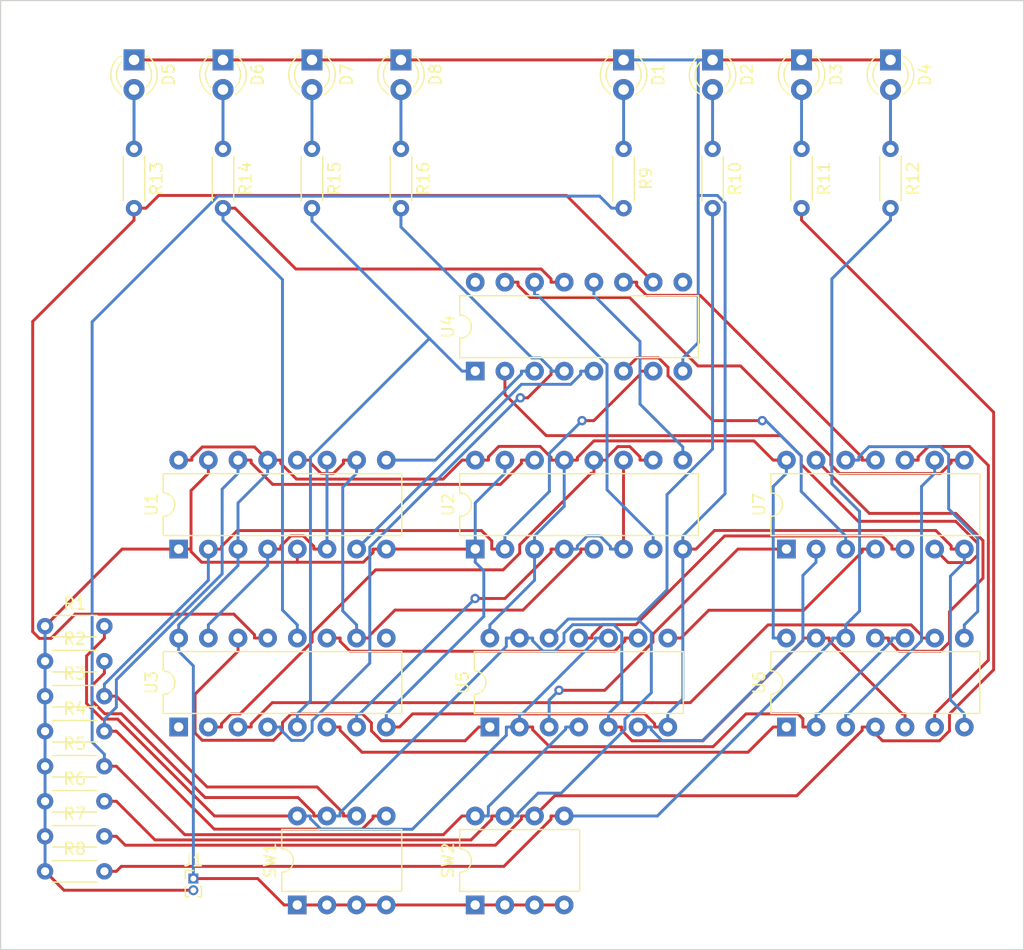
<source format=kicad_pcb>
(kicad_pcb (version 20221018) (generator pcbnew)
  (layers (0 "F.Cu" signal) (31 "B.Cu" signal) (34 "B.Paste" user) (35 "F.Paste" user) (36 "B.SilkS" user "B.Silkscreen") (37 "F.SilkS" user "F.Silkscreen") (38 "B.Mask" user) (39 "F.Mask" user) (44 "Edge.Cuts" user))
  (net 0 "")
  (net 1 "Net-(D1-A)")
  (net 2 "Net-(D2-A)")
  (net 3 "Net-(D3-A)")
  (net 4 "Net-(D4-A)")
  (net 5 "Net-(D5-A)")
  (net 6 "Net-(D6-A)")
  (net 7 "Net-(D7-A)")
  (net 8 "Net-(D8-A)")
  (net 9 "Net-(R1-Pad2)")
  (net 10 "Net-(R2-Pad2)")
  (net 11 "Net-(U1-S1)")
  (net 12 "Net-(U1-S0)")
  (net 14 "Net-(R5-Pad2)")
  (net 15 "Net-(U3-D0)")
  (net 16 "Net-(U3-D1)")
  (net 17 "Net-(R10-Pad2)")
  (net 19 "Net-(R11-Pad2)")
  (net 20 "Net-(U3-D2)")
  (net 21 "Net-(U3-D3)")
  (net 22 "Net-(R12-Pad2)")
  (net 24 "Net-(U4-B3)")
  (net 25 "Net-(U4-B4)")
  (net 27 "Net-(U4-B1)")
  (net 28 "Net-(U4-B2)")
  (net 29 "GND")
  (net 30 "+5V")
  (net 31 "Net-(U3-~{Q3})")
  (net 32 "Net-(U5-Pad3)")
  (net 33 "Net-(U5-Pad6)")
  (net 34 "Net-(U5-Pad8)")
  (net 35 "Net-(U5-Pad11)")
  (net 36 "Net-(U6-Pad3)")
  (net 37 "Net-(U6-Pad6)")
  (net 38 "Net-(U6-Pad8)")
  (net 39 "Net-(U6-Pad11)")
  (net 40 "Net-(U1-Za)")
  (net 41 "Net-(U1-Zb)")
  (net 42 "Net-(U2-Zb)")
  (net 43 "Net-(U2-Za)")
  (net 44 "Net-(U3-~{Q2})")
  (net 45 "Net-(U3-~{Q1})")
  (net 46 "Net-(U3-~{Q0})")
  (net 47 "Net-(U1-I0a)")
  (net 48 "Net-(U1-I0b)")
  (net 49 "Net-(U2-I0a)")
  (net 50 "Net-(U2-I0b)")
  (footprint "Resistor_THT:R_Axial_DIN0204_L3.6mm_D1.6mm_P5.08mm_Horizontal" (layer "F.Cu") (at 82.5717 66.04 -90)
    (fp_text reference "R9")
    (fp_text value "1.5k")
  )
  (footprint "Resistor_THT:R_Axial_DIN0204_L3.6mm_D1.6mm_P5.08mm_Horizontal" (layer "F.Cu") (at 90.1917 66.04 -90)
    (fp_text reference "R10")
    (fp_text value "1.5k")
  )
  (footprint "Package_DIP:DIP-8_W7.62mm" (layer "F.Cu") (at 69.86 130.8 90)
    (fp_text reference "SW2")
    (fp_text value "Input Value")
  )
  (footprint "Resistor_THT:R_Axial_DIN0204_L3.6mm_D1.6mm_P5.08mm_Horizontal" (layer "F.Cu") (at 33.02 112.92)
    (fp_text reference "R3")
    (fp_text value "2k")
  )
  (footprint "Resistor_THT:R_Axial_DIN0204_L3.6mm_D1.6mm_P5.08mm_Horizontal" (layer "F.Cu") (at 33.02 118.92)
    (fp_text reference "R5")
    (fp_text value "2k")
  )
  (footprint "Resistor_THT:R_Axial_DIN0204_L3.6mm_D1.6mm_P5.08mm_Horizontal" (layer "F.Cu") (at 40.64 66.04 -90)
    (fp_text reference "R13")
    (fp_text value "1.5k")
  )
  (footprint "Resistor_THT:R_Axial_DIN0204_L3.6mm_D1.6mm_P5.08mm_Horizontal" (layer "F.Cu") (at 55.88 66.04 -90)
    (fp_text reference "R15")
    (fp_text value "1.5k")
  )
  (footprint "Package_DIP:DIP-8_W7.62mm" (layer "F.Cu") (at 54.62 130.8 90)
    (fp_text reference "SW1")
    (fp_text value "Opcode")
  )
  (footprint "Resistor_THT:R_Axial_DIN0204_L3.6mm_D1.6mm_P5.08mm_Horizontal" (layer "F.Cu") (at 33.02 115.92)
    (fp_text reference "R4")
    (fp_text value "2k")
  )
  (footprint "Package_DIP:DIP-14_W7.62mm" (layer "F.Cu") (at 96.515 115.56 90)
    (fp_text reference "U6")
    (fp_text value "74LS00 Stage0-2")
  )
  (footprint "Connector_PinHeader_1.00mm:PinHeader_1x02_P1.00mm_Vertical" (layer "F.Cu") (at 45.72 128.54)
    (fp_text reference "J1")
    (fp_text value "Power")
  )
  (footprint "Package_DIP:DIP-14_W7.62mm" (layer "F.Cu") (at 71.115 115.56 90)
    (fp_text reference "U5")
    (fp_text value "74LS00 Stage0-1")
  )
  (footprint "LED_THT:LED_D3.0mm" (layer "F.Cu") (at 90.1917 58.42 -90)
    (fp_text reference "D2")
    (fp_text value "InBit2")
  )
  (footprint "Package_DIP:DIP-16_W7.62mm" (layer "F.Cu") (at 44.465 115.56 90)
    (fp_text reference "U3")
    (fp_text value "74LS175")
  )
  (footprint "Package_DIP:DIP-16_W7.62mm" (layer "F.Cu") (at 44.465 100.32 90)
    (fp_text reference "U1")
    (fp_text value "74LS153 - 0")
  )
  (footprint "Resistor_THT:R_Axial_DIN0204_L3.6mm_D1.6mm_P5.08mm_Horizontal" (layer "F.Cu") (at 33.02 121.92)
    (fp_text reference "R6")
    (fp_text value "2k")
  )
  (footprint "Package_DIP:DIP-16_W7.62mm" (layer "F.Cu") (at 69.865 100.32 90)
    (fp_text reference "U2")
    (fp_text value "74LS153 - 1")
  )
  (footprint "Resistor_THT:R_Axial_DIN0204_L3.6mm_D1.6mm_P5.08mm_Horizontal" (layer "F.Cu") (at 63.5 66.04 -90)
    (fp_text reference "R16")
    (fp_text value "1.5k")
  )
  (footprint "Resistor_THT:R_Axial_DIN0204_L3.6mm_D1.6mm_P5.08mm_Horizontal" (layer "F.Cu") (at 33.02 124.92)
    (fp_text reference "R7")
    (fp_text value "2k")
  )
  (footprint "Resistor_THT:R_Axial_DIN0204_L3.6mm_D1.6mm_P5.08mm_Horizontal" (layer "F.Cu") (at 105.4317 66.04 -90)
    (fp_text reference "R12")
    (fp_text value "1.5k")
  )
  (footprint "Package_DIP:DIP-14_W7.62mm" (layer "F.Cu") (at 96.515 100.32 90)
    (fp_text reference "U7")
    (fp_text value "74LS00 - Stage1")
  )
  (footprint "Resistor_THT:R_Axial_DIN0204_L3.6mm_D1.6mm_P5.08mm_Horizontal" (layer "F.Cu") (at 33.02 127.92)
    (fp_text reference "R8")
    (fp_text value "2k")
  )
  (footprint "LED_THT:LED_D3.0mm" (layer "F.Cu") (at 63.5 58.42 -90)
    (fp_text reference "D8")
    (fp_text value "RegBit0")
  )
  (footprint "Resistor_THT:R_Axial_DIN0204_L3.6mm_D1.6mm_P5.08mm_Horizontal" (layer "F.Cu") (at 33.02 106.92)
    (fp_text reference "R1")
    (fp_text value "2k")
  )
  (footprint "Resistor_THT:R_Axial_DIN0204_L3.6mm_D1.6mm_P5.08mm_Horizontal" (layer "F.Cu") (at 97.8117 66.04 -90)
    (fp_text reference "R11")
    (fp_text value "1.5k")
  )
  (footprint "Resistor_THT:R_Axial_DIN0204_L3.6mm_D1.6mm_P5.08mm_Horizontal" (layer "F.Cu") (at 33.02 109.92)
    (fp_text reference "R2")
    (fp_text value "2k")
  )
  (footprint "LED_THT:LED_D3.0mm" (layer "F.Cu") (at 40.64 58.42 -90)
    (fp_text reference "D5")
    (fp_text value "RegBit3")
  )
  (footprint "LED_THT:LED_D3.0mm" (layer "F.Cu") (at 55.88 58.42 -90)
    (fp_text reference "D7")
    (fp_text value "RegBit1")
  )
  (footprint "LED_THT:LED_D3.0mm" (layer "F.Cu") (at 48.26 58.42 -90)
    (fp_text reference "D6")
    (fp_text value "RegBit2")
  )
  (footprint "Resistor_THT:R_Axial_DIN0204_L3.6mm_D1.6mm_P5.08mm_Horizontal" (layer "F.Cu") (at 48.26 66.04 -90)
    (fp_text reference "R14")
    (fp_text value "1.5k")
  )
  (footprint "LED_THT:LED_D3.0mm" (layer "F.Cu") (at 82.5717 58.42 -90)
    (fp_text reference "D1")
    (fp_text value "InBit3")
  )
  (footprint "LED_THT:LED_D3.0mm" (layer "F.Cu") (at 105.4317 58.42 -90)
    (fp_text reference "D4")
    (fp_text value "InBit0")
  )
  (footprint "LED_THT:LED_D3.0mm" (layer "F.Cu") (at 97.8117 58.42 -90)
    (fp_text reference "D3")
    (fp_text value "InBit1")
  )
  (footprint "Package_DIP:DIP-16_W7.62mm" (layer "F.Cu") (at 69.865 85.08 90)
    (fp_text reference "U4")
    (fp_text value "74LS283")
  )
  (gr_rect (start 29.21 53.34) (end 116.84 134.62) (stroke (width 0.1)) (fill none) (layer "Edge.Cuts"))
  (segment (start 82.5717 60.96) (end 82.5717 66.04) (width 0.25) (layer "B.Cu") (net 1))
  (segment (start 90.1917 60.96) (end 90.1917 66.04) (width 0.25) (layer "B.Cu") (net 2))
  (segment (start 97.8117 60.96) (end 97.8117 66.04) (width 0.25) (layer "B.Cu") (net 3))
  (segment (start 105.4317 60.96) (end 105.4317 66.04) (width 0.25) (layer "B.Cu") (net 4))
  (segment (start 40.64 60.96) (end 40.64 66.04) (width 0.25) (layer "B.Cu") (net 5))
  (segment (start 48.26 60.96) (end 48.26 66.04) (width 0.25) (layer "B.Cu") (net 6))
  (segment (start 55.88 60.96) (end 55.88 66.04) (width 0.25) (layer "B.Cu") (net 7))
  (segment (start 63.5 60.96) (end 63.5 66.04) (width 0.25) (layer "B.Cu") (net 8))
  (segment (start 37.9196 114.8826) (end 36.5739 113.5369) (width 0.25) (layer "F.Cu") (net 9))
  (segment (start 73.655 115.56) (end 74.7819 115.56) (width 0.25) (layer "F.Cu") (net 9))
  (segment (start 36.5739 109.473) (end 38.1 107.9469) (width 0.25) (layer "F.Cu") (net 9))
  (segment (start 74.7819 115.7935) (end 74.7819 115.56) (width 0.25) (layer "F.Cu") (net 9))
  (segment (start 36.5739 113.5369) (end 36.5739 109.473) (width 0.25) (layer "F.Cu") (net 9))
  (segment (start 99.055 115.56) (end 97.9281 115.56) (width 0.25) (layer "F.Cu") (net 9))
  (segment (start 97.5056 114.4331) (end 93.0527 114.4331) (width 0.25) (layer "F.Cu") (net 9))
  (segment (start 47.5326 123.18) (end 39.2352 114.8826) (width 0.25) (layer "F.Cu") (net 9))
  (segment (start 97.9281 114.8556) (end 97.5056 114.4331) (width 0.25) (layer "F.Cu") (net 9))
  (segment (start 90.2437 117.2421) (end 76.2305 117.2421) (width 0.25) (layer "F.Cu") (net 9))
  (segment (start 93.0527 114.4331) (end 90.2437 117.2421) (width 0.25) (layer "F.Cu") (net 9))
  (segment (start 54.62 123.18) (end 47.5326 123.18) (width 0.25) (layer "F.Cu") (net 9))
  (segment (start 97.9281 115.56) (end 97.9281 114.8556) (width 0.25) (layer "F.Cu") (net 9))
  (segment (start 76.2305 117.2421) (end 74.7819 115.7935) (width 0.25) (layer "F.Cu") (net 9))
  (segment (start 38.1 106.92) (end 38.1 107.9469) (width 0.25) (layer "F.Cu") (net 9))
  (segment (start 39.2352 114.8826) (end 37.9196 114.8826) (width 0.25) (layer "F.Cu") (net 9))
  (segment (start 73.655 115.1099) (end 73.655 115.56) (width 0.25) (layer "B.Cu") (net 9))
  (segment (start 56.6508 124.3174) (end 55.7469 123.4135) (width 0.25) (layer "B.Cu") (net 9))
  (segment (start 73.8885 114.4331) (end 80.1481 108.1735) (width 0.25) (layer "B.Cu") (net 9))
  (segment (start 99.055 114.4331) (end 99.2885 114.4331) (width 0.25) (layer "B.Cu") (net 9))
  (segment (start 73.655 115.1099) (end 73.655 114.4331) (width 0.25) (layer "B.Cu") (net 9))
  (segment (start 106.675 107.94) (end 105.5481 107.94) (width 0.25) (layer "B.Cu") (net 9))
  (segment (start 55.7469 123.4135) (end 55.7469 123.18) (width 0.25) (layer "B.Cu") (net 9))
  (segment (start 72.5281 115.56) (end 72.5281 116.2643) (width 0.25) (layer "B.Cu") (net 9))
  (segment (start 73.655 115.56) (end 72.5281 115.56) (width 0.25) (layer "B.Cu") (net 9))
  (segment (start 64.475 124.3174) (end 56.6508 124.3174) (width 0.25) (layer "B.Cu") (net 9))
  (segment (start 72.5281 116.2643) (end 64.475 124.3174) (width 0.25) (layer "B.Cu") (net 9))
  (segment (start 99.2885 114.4331) (end 105.5481 108.1735) (width 0.25) (layer "B.Cu") (net 9))
  (segment (start 99.055 115.56) (end 99.055 114.4331) (width 0.25) (layer "B.Cu") (net 9))
  (segment (start 105.5481 108.1735) (end 105.5481 107.94) (width 0.25) (layer "B.Cu") (net 9))
  (segment (start 54.62 123.18) (end 55.7469 123.18) (width 0.25) (layer "B.Cu") (net 9))
  (segment (start 80.1481 108.1735) (end 80.1481 107.94) (width 0.25) (layer "B.Cu") (net 9))
  (segment (start 81.275 107.94) (end 80.1481 107.94) (width 0.25) (layer "B.Cu") (net 9))
  (segment (start 73.655 114.4331) (end 73.8885 114.4331) (width 0.25) (layer "B.Cu") (net 9))
  (segment (start 99.055 107.94) (end 100.1819 107.94) (width 0.25) (layer "F.Cu") (net 10))
  (segment (start 37.0329 113.3191) (end 37.0329 112.014) (width 0.25) (layer "F.Cu") (net 10))
  (segment (start 106.4415 114.4331) (end 100.1819 108.1735) (width 0.25) (layer "F.Cu") (net 10))
  (segment (start 82.4019 115.56) (end 82.4019 115.8417) (width 0.25) (layer "F.Cu") (net 10))
  (segment (start 38.1338 114.42) (end 37.0329 113.3191) (width 0.25) (layer "F.Cu") (net 10))
  (segment (start 81.275 115.56) (end 82.4019 115.56) (width 0.25) (layer "F.Cu") (net 10))
  (segment (start 83.298 116.7378) (end 89.3638 116.7378) (width 0.25) (layer "F.Cu") (net 10))
  (segment (start 46.7252 121.5997) (end 39.5455 114.42) (width 0.25) (layer "F.Cu") (net 10))
  (segment (start 56.0331 122.9465) (end 54.6863 121.5997) (width 0.25) (layer "F.Cu") (net 10))
  (segment (start 37.0329 112.014) (end 38.1 110.9469) (width 0.25) (layer "F.Cu") (net 10))
  (segment (start 97.9281 108.1735) (end 97.9281 107.94) (width 0.25) (layer "F.Cu") (net 10))
  (segment (start 39.5455 114.42) (end 38.1338 114.42) (width 0.25) (layer "F.Cu") (net 10))
  (segment (start 54.6863 121.5997) (end 46.7252 121.5997) (width 0.25) (layer "F.Cu") (net 10))
  (segment (start 99.055 107.94) (end 97.9281 107.94) (width 0.25) (layer "F.Cu") (net 10))
  (segment (start 56.0331 123.18) (end 56.0331 122.9465) (width 0.25) (layer "F.Cu") (net 10))
  (segment (start 106.675 115.56) (end 106.675 114.4331) (width 0.25) (layer "F.Cu") (net 10))
  (segment (start 106.675 114.4331) (end 106.4415 114.4331) (width 0.25) (layer "F.Cu") (net 10))
  (segment (start 57.16 123.18) (end 56.0331 123.18) (width 0.25) (layer "F.Cu") (net 10))
  (segment (start 89.3638 116.7378) (end 97.9281 108.1735) (width 0.25) (layer "F.Cu") (net 10))
  (segment (start 82.4019 115.8417) (end 83.298 116.7378) (width 0.25) (layer "F.Cu") (net 10))
  (segment (start 38.1 109.92) (end 38.1 110.9469) (width 0.25) (layer "F.Cu") (net 10))
  (segment (start 100.1819 108.1735) (end 100.1819 107.94) (width 0.25) (layer "F.Cu") (net 10))
  (segment (start 82.4136 113.2945) (end 81.275 114.4331) (width 0.25) (layer "B.Cu") (net 10))
  (segment (start 77.465 108.2661) (end 77.465 107.5405) (width 0.25) (layer "B.Cu") (net 10))
  (segment (start 82.4136 107.4692) (end 82.4136 113.2945) (width 0.25) (layer "B.Cu") (net 10))
  (segment (start 77.465 107.5405) (end 78.2116 106.7939) (width 0.25) (layer "B.Cu") (net 10))
  (segment (start 58.2869 122.8982) (end 72.5281 108.657) (width 0.25) (layer "B.Cu") (net 10))
  (segment (start 73.655 107.94) (end 72.5281 107.94) (width 0.25) (layer "B.Cu") (net 10))
  (segment (start 57.16 123.18) (end 58.2869 123.18) (width 0.25) (layer "B.Cu") (net 10))
  (segment (start 72.5281 108.657) (end 72.5281 107.94) (width 0.25) (layer "B.Cu") (net 10))
  (segment (start 81.275 115.56) (end 81.275 114.4331) (width 0.25) (layer "B.Cu") (net 10))
  (segment (start 78.2116 106.7939) (end 81.7383 106.7939) (width 0.25) (layer "B.Cu") (net 10))
  (segment (start 74.7819 107.94) (end 74.7819 108.1735) (width 0.25) (layer "B.Cu") (net 10))
  (segment (start 73.655 107.94) (end 74.7819 107.94) (width 0.25) (layer "B.Cu") (net 10))
  (segment (start 74.7819 108.1735) (end 75.6819 109.0735) (width 0.25) (layer "B.Cu") (net 10))
  (segment (start 81.7383 106.7939) (end 82.4136 107.4692) (width 0.25) (layer "B.Cu") (net 10))
  (segment (start 58.2869 123.18) (end 58.2869 122.8982) (width 0.25) (layer "B.Cu") (net 10))
  (segment (start 76.6576 109.0735) (end 77.465 108.2661) (width 0.25) (layer "B.Cu") (net 10))
  (segment (start 75.6819 109.0735) (end 76.6576 109.0735) (width 0.25) (layer "B.Cu") (net 10))
  (segment (start 46.9028 120.6959) (end 39.1269 112.92) (width 0.25) (layer "F.Cu") (net 11))
  (segment (start 58.5731 123.18) (end 58.5731 122.9465) (width 0.25) (layer "F.Cu") (net 11))
  (segment (start 83.9781 85.08) (end 83.9781 85.3617) (width 0.25) (layer "F.Cu") (net 11))
  (segment (start 58.5731 122.9465) (end 56.3225 120.6959) (width 0.25) (layer "F.Cu") (net 11))
  (segment (start 59.7 123.18) (end 58.5731 123.18) (width 0.25) (layer "F.Cu") (net 11))
  (segment (start 71.2781 100.32) (end 71.2781 99.6157) (width 0.25) (layer "F.Cu") (net 11))
  (segment (start 47.005 100.32) (end 48.1319 100.32) (width 0.25) (layer "F.Cu") (net 11))
  (segment (start 80.0217 89.3181) (end 79.0138 89.3181) (width 0.25) (layer "F.Cu") (net 11))
  (segment (start 56.3225 120.6959) (end 46.9028 120.6959) (width 0.25) (layer "F.Cu") (net 11))
  (segment (start 71.2781 99.6157) (end 70.3944 98.732) (width 0.25) (layer "F.Cu") (net 11))
  (segment (start 85.105 85.08) (end 83.9781 85.08) (width 0.25) (layer "F.Cu") (net 11))
  (segment (start 72.405 100.32) (end 71.2781 100.32) (width 0.25) (layer "F.Cu") (net 11))
  (segment (start 38.1 112.92) (end 39.1269 112.92) (width 0.25) (layer "F.Cu") (net 11))
  (segment (start 49.4864 98.732) (end 48.1319 100.0865) (width 0.25) (layer "F.Cu") (net 11))
  (segment (start 48.1319 100.0865) (end 48.1319 100.32) (width 0.25) (layer "F.Cu") (net 11))
  (segment (start 83.9781 85.3617) (end 80.0217 89.3181) (width 0.25) (layer "F.Cu") (net 11))
  (segment (start 70.3944 98.732) (end 49.4864 98.732) (width 0.25) (layer "F.Cu") (net 11))
  (via (at 79.0138 89.3181) (size 0.8) (drill 0.4) (layers "F.Cu" "B.Cu") (net 11))
  (segment (start 38.1 112.92) (end 38.1 111.8931) (width 0.25) (layer "B.Cu") (net 11))
  (segment (start 38.1 111.8931) (end 47.005 102.9881) (width 0.25) (layer "B.Cu") (net 11))
  (segment (start 79.0138 89.3181) (end 76.215 92.1169) (width 0.25) (layer "B.Cu") (net 11))
  (segment (start 76.215 95.3831) (end 72.405 99.1931) (width 0.25) (layer "B.Cu") (net 11))
  (segment (start 47.005 102.9881) (end 47.005 101.4469) (width 0.25) (layer "B.Cu") (net 11))
  (segment (start 47.005 100.32) (end 47.005 101.4469) (width 0.25) (layer "B.Cu") (net 11))
  (segment (start 72.405 100.32) (end 72.405 99.1931) (width 0.25) (layer "B.Cu") (net 11))
  (segment (start 76.215 92.1169) (end 76.215 95.3831) (width 0.25) (layer "B.Cu") (net 11))
  (segment (start 47.5138 124.3069) (end 39.1269 115.92) (width 0.25) (layer "F.Cu") (net 12))
  (segment (start 50.6719 92.7) (end 50.6719 92.9335) (width 0.25) (layer "F.Cu") (net 12))
  (segment (start 62.24 123.18) (end 61.1131 123.18) (width 0.25) (layer "F.Cu") (net 12))
  (segment (start 72.0223 94.7775) (end 73.8181 92.9817) (width 0.25) (layer "F.Cu") (net 12))
  (segment (start 38.1 115.92) (end 39.1269 115.92) (width 0.25) (layer "F.Cu") (net 12))
  (segment (start 52.5159 94.7775) (end 72.0223 94.7775) (width 0.25) (layer "F.Cu") (net 12))
  (segment (start 61.1131 123.18) (end 61.1131 123.3744) (width 0.25) (layer "F.Cu") (net 12))
  (segment (start 74.945 92.7) (end 73.8181 92.7) (width 0.25) (layer "F.Cu") (net 12))
  (segment (start 73.8181 92.9817) (end 73.8181 92.7) (width 0.25) (layer "F.Cu") (net 12))
  (segment (start 61.1131 123.3744) (end 60.1806 124.3069) (width 0.25) (layer "F.Cu") (net 12))
  (segment (start 50.6719 92.9335) (end 52.5159 94.7775) (width 0.25) (layer "F.Cu") (net 12))
  (segment (start 60.1806 124.3069) (end 47.5138 124.3069) (width 0.25) (layer "F.Cu") (net 12))
  (segment (start 49.545 92.7) (end 50.6719 92.7) (width 0.25) (layer "F.Cu") (net 12))
  (segment (start 39.1269 111.5088) (end 48.1889 102.4468) (width 0.25) (layer "B.Cu") (net 12))
  (segment (start 39.1269 113.8662) (end 39.1269 111.5088) (width 0.25) (layer "B.Cu") (net 12))
  (segment (start 38.1 114.8931) (end 39.1269 113.8662) (width 0.25) (layer "B.Cu") (net 12))
  (segment (start 49.545 92.7) (end 49.545 93.8269) (width 0.25) (layer "B.Cu") (net 12))
  (segment (start 38.1 115.92) (end 38.1 114.8931) (width 0.25) (layer "B.Cu") (net 12))
  (segment (start 48.1889 95.183) (end 49.545 93.8269) (width 0.25) (layer "B.Cu") (net 12))
  (segment (start 48.1889 102.4468) (end 48.1889 95.183) (width 0.25) (layer "B.Cu") (net 12))
  (segment (start 68.7331 123.18) (end 67.1342 124.7789) (width 0.25) (layer "F.Cu") (net 14))
  (segment (start 38.1 118.92) (end 39.1269 118.92) (width 0.25) (layer "F.Cu") (net 14))
  (segment (start 44.9858 124.7789) (end 39.1269 118.92) (width 0.25) (layer "F.Cu") (net 14))
  (segment (start 69.86 123.18) (end 68.7331 123.18) (width 0.25) (layer "F.Cu") (net 14))
  (segment (start 67.1342 124.7789) (end 44.9858 124.7789) (width 0.25) (layer "F.Cu") (net 14))
  (segment (start 47.8197 70.0882) (end 80.513 70.0882) (width 0.25) (layer "B.Cu") (net 14))
  (segment (start 70.9869 122.3773) (end 77.6081 115.7561) (width 0.25) (layer "B.Cu") (net 14))
  (segment (start 82.5717 71.12) (end 81.5448 71.12) (width 0.25) (layer "B.Cu") (net 14))
  (segment (start 80.513 70.0882) (end 81.5448 71.12) (width 0.25) (layer "B.Cu") (net 14))
  (segment (start 78.735 115.56) (end 77.6081 115.56) (width 0.25) (layer "B.Cu") (net 14))
  (segment (start 37.0507 80.8572) (end 47.8197 70.0882) (width 0.25) (layer "B.Cu") (net 14))
  (segment (start 77.6081 115.7561) (end 77.6081 115.56) (width 0.25) (layer "B.Cu") (net 14))
  (segment (start 70.9869 123.18) (end 70.9869 122.3773) (width 0.25) (layer "B.Cu") (net 14))
  (segment (start 38.1 117.8931) (end 37.0507 116.8438) (width 0.25) (layer "B.Cu") (net 14))
  (segment (start 37.0507 116.8438) (end 37.0507 80.8572) (width 0.25) (layer "B.Cu") (net 14))
  (segment (start 38.1 118.92) (end 38.1 117.8931) (width 0.25) (layer "B.Cu") (net 14))
  (segment (start 69.86 123.18) (end 70.9869 123.18) (width 0.25) (layer "B.Cu") (net 14))
  (segment (start 77.485 85.08) (end 76.3581 85.08) (width 0.25) (layer "F.Cu") (net 15))
  (segment (start 76.3581 85.08) (end 76.3581 85.3617) (width 0.25) (layer "F.Cu") (net 15))
  (segment (start 76.3581 85.3617) (end 74.3562 87.3636) (width 0.25) (layer "F.Cu") (net 15))
  (segment (start 74.3562 87.3636) (end 73.728 87.3636) (width 0.25) (layer "F.Cu") (net 15))
  (via (at 73.728 87.3636) (size 0.8) (drill 0.4) (layers "F.Cu" "B.Cu") (net 15))
  (segment (start 55.1405 116.7075) (end 55.895 115.953) (width 0.25) (layer "B.Cu") (net 15))
  (segment (start 63.5 71.12) (end 63.5 72.1469) (width 0.25) (layer "B.Cu") (net 15))
  (segment (start 63.5 72.1469) (end 63.5 72.7332) (width 0.25) (layer "B.Cu") (net 15))
  (segment (start 76.3581 84.8726) (end 76.3581 85.08) (width 0.25) (layer "B.Cu") (net 15))
  (segment (start 52.085 115.56) (end 53.2119 115.56) (width 0.25) (layer "B.Cu") (net 15))
  (segment (start 54.1259 116.7075) (end 55.1405 116.7075) (width 0.25) (layer "B.Cu") (net 15))
  (segment (start 53.2119 115.7935) (end 54.1259 116.7075) (width 0.25) (layer "B.Cu") (net 15))
  (segment (start 63.5 72.7332) (end 74.7123 83.9455) (width 0.25) (layer "B.Cu") (net 15))
  (segment (start 60.8319 110.0929) (end 60.8319 100.1394) (width 0.25) (layer "B.Cu") (net 15))
  (segment (start 53.2119 115.56) (end 53.2119 115.7935) (width 0.25) (layer "B.Cu") (net 15))
  (segment (start 73.6077 87.3636) (end 73.728 87.3636) (width 0.25) (layer "B.Cu") (net 15))
  (segment (start 55.895 115.953) (end 55.895 115.0298) (width 0.25) (layer "B.Cu") (net 15))
  (segment (start 60.8319 100.1394) (end 73.6077 87.3636) (width 0.25) (layer "B.Cu") (net 15))
  (segment (start 77.485 85.08) (end 76.3581 85.08) (width 0.25) (layer "B.Cu") (net 15))
  (segment (start 75.431 83.9455) (end 76.3581 84.8726) (width 0.25) (layer "B.Cu") (net 15))
  (segment (start 55.895 115.0298) (end 60.8319 110.0929) (width 0.25) (layer "B.Cu") (net 15))
  (segment (start 74.7123 83.9455) (end 75.431 83.9455) (width 0.25) (layer "B.Cu") (net 15))
  (segment (start 65.9376 82.2795) (end 55.88 72.2219) (width 0.25) (layer "B.Cu") (net 16))
  (segment (start 55.7519 92.4652) (end 55.7519 113.3062) (width 0.25) (layer "B.Cu") (net 16))
  (segment (start 65.9376 82.2795) (end 55.7519 92.4652) (width 0.25) (layer "B.Cu") (net 16))
  (segment (start 54.625 115.56) (end 54.625 114.4331) (width 0.25) (layer "B.Cu") (net 16))
  (segment (start 68.7381 85.08) (end 65.9376 82.2795) (width 0.25) (layer "B.Cu") (net 16))
  (segment (start 55.88 72.2219) (end 55.88 72.1469) (width 0.25) (layer "B.Cu") (net 16))
  (segment (start 55.88 71.12) (end 55.88 72.1469) (width 0.25) (layer "B.Cu") (net 16))
  (segment (start 69.865 85.08) (end 68.7381 85.08) (width 0.25) (layer "B.Cu") (net 16))
  (segment (start 55.7519 113.3062) (end 54.625 114.4331) (width 0.25) (layer "B.Cu") (net 16))
  (segment (start 71.2731 123.4617) (end 69.504 125.2308) (width 0.25) (layer "F.Cu") (net 17))
  (segment (start 69.504 125.2308) (end 42.4377 125.2308) (width 0.25) (layer "F.Cu") (net 17))
  (segment (start 38.1 121.92) (end 39.1269 121.92) (width 0.25) (layer "F.Cu") (net 17))
  (segment (start 71.2731 123.18) (end 71.2731 123.4617) (width 0.25) (layer "F.Cu") (net 17))
  (segment (start 72.4 123.18) (end 71.2731 123.18) (width 0.25) (layer "F.Cu") (net 17))
  (segment (start 42.4377 125.2308) (end 39.1269 121.92) (width 0.25) (layer "F.Cu") (net 17))
  (segment (start 73.5269 122.9465) (end 73.5269 123.18) (width 0.25) (layer "B.Cu") (net 17))
  (segment (start 90.1917 91.747) (end 90.1917 71.12) (width 0.25) (layer "B.Cu") (net 17))
  (segment (start 83.7825 106.3134) (end 84.9461 107.477) (width 0.25) (layer "B.Cu") (net 17))
  (segment (start 75.2486 121.2248) (end 73.5269 122.9465) (width 0.25) (layer "B.Cu") (net 17))
  (segment (start 86.2889 103.807) (end 86.2889 95.6498) (width 0.25) (layer "B.Cu") (net 17))
  (segment (start 76.195 107.94) (end 77.8216 106.3134) (width 0.25) (layer "B.Cu") (net 17))
  (segment (start 82.6833 115.7668) (end 77.2253 121.2248) (width 0.25) (layer "B.Cu") (net 17))
  (segment (start 72.4 123.18) (end 73.5269 123.18) (width 0.25) (layer "B.Cu") (net 17))
  (segment (start 77.2253 121.2248) (end 75.2486 121.2248) (width 0.25) (layer "B.Cu") (net 17))
  (segment (start 77.8216 106.3134) (end 83.7825 106.3134) (width 0.25) (layer "B.Cu") (net 17))
  (segment (start 86.2889 95.6498) (end 90.1917 91.747) (width 0.25) (layer "B.Cu") (net 17))
  (segment (start 84.9461 112.6287) (end 82.6833 114.8915) (width 0.25) (layer "B.Cu") (net 17))
  (segment (start 82.6833 114.8915) (end 82.6833 115.7668) (width 0.25) (layer "B.Cu") (net 17))
  (segment (start 83.7825 106.3134) (end 86.2889 103.807) (width 0.25) (layer "B.Cu") (net 17))
  (segment (start 84.9461 107.477) (end 84.9461 112.6287) (width 0.25) (layer "B.Cu") (net 17))
  (segment (start 73.8131 123.4617) (end 71.5921 125.6827) (width 0.25) (layer "F.Cu") (net 19))
  (segment (start 103.5716 115.56) (end 103.0081 115.56) (width 0.25) (layer "F.Cu") (net 19))
  (segment (start 38.1 124.92) (end 39.1269 124.92) (width 0.25) (layer "F.Cu") (net 19))
  (segment (start 39.8896 125.6827) (end 39.1269 124.92) (width 0.25) (layer "F.Cu") (net 19))
  (segment (start 103.5716 115.56) (end 104.7511 116.7395) (width 0.25) (layer "F.Cu") (net 19))
  (segment (start 104.135 115.56) (end 103.5716 115.56) (width 0.25) (layer "F.Cu") (net 19))
  (segment (start 71.5921 125.6827) (end 39.8896 125.6827) (width 0.25) (layer "F.Cu") (net 19))
  (segment (start 76.6755 121.4445) (end 74.94 123.18) (width 0.25) (layer "F.Cu") (net 19))
  (segment (start 114.2653 88.6005) (end 97.8117 72.1469) (width 0.25) (layer "F.Cu") (net 19))
  (segment (start 110.485 114.4346) (end 114.2653 110.6543) (width 0.25) (layer "F.Cu") (net 19))
  (segment (start 103.0081 115.8417) (end 97.4053 121.4445) (width 0.25) (layer "F.Cu") (net 19))
  (segment (start 104.7511 116.7395) (end 109.6305 116.7395) (width 0.25) (layer "F.Cu") (net 19))
  (segment (start 97.4053 121.4445) (end 76.6755 121.4445) (width 0.25) (layer "F.Cu") (net 19))
  (segment (start 73.8131 123.18) (end 73.8131 123.4617) (width 0.25) (layer "F.Cu") (net 19))
  (segment (start 114.2653 110.6543) (end 114.2653 88.6005) (width 0.25) (layer "F.Cu") (net 19))
  (segment (start 97.8117 71.12) (end 97.8117 72.1469) (width 0.25) (layer "F.Cu") (net 19))
  (segment (start 109.6305 116.7395) (end 110.485 115.885) (width 0.25) (layer "F.Cu") (net 19))
  (segment (start 110.485 115.885) (end 110.485 114.4346) (width 0.25) (layer "F.Cu") (net 19))
  (segment (start 103.0081 115.56) (end 103.0081 115.8417) (width 0.25) (layer "F.Cu") (net 19))
  (segment (start 74.94 123.18) (end 73.8131 123.18) (width 0.25) (layer "F.Cu") (net 19))
  (segment (start 77.485 77.46) (end 76.3581 77.46) (width 0.25) (layer "F.Cu") (net 20))
  (segment (start 75.513 76.3331) (end 54.5 76.3331) (width 0.25) (layer "F.Cu") (net 20))
  (segment (start 54.5 76.3331) (end 49.2869 71.12) (width 0.25) (layer "F.Cu") (net 20))
  (segment (start 76.3581 77.1782) (end 75.513 76.3331) (width 0.25) (layer "F.Cu") (net 20))
  (segment (start 48.26 71.12) (end 49.2869 71.12) (width 0.25) (layer "F.Cu") (net 20))
  (segment (start 76.3581 77.46) (end 76.3581 77.1782) (width 0.25) (layer "F.Cu") (net 20))
  (segment (start 54.625 107.94) (end 54.625 106.8131) (width 0.25) (layer "B.Cu") (net 20))
  (segment (start 53.355 105.5431) (end 54.625 106.8131) (width 0.25) (layer "B.Cu") (net 20))
  (segment (start 48.26 72.1469) (end 53.355 77.2419) (width 0.25) (layer "B.Cu") (net 20))
  (segment (start 48.26 71.12) (end 48.26 72.1469) (width 0.25) (layer "B.Cu") (net 20))
  (segment (start 53.355 77.2419) (end 53.355 105.5431) (width 0.25) (layer "B.Cu") (net 20))
  (segment (start 31.96 107.396) (end 31.96 80.8269) (width 0.25) (layer "F.Cu") (net 21))
  (segment (start 32.5323 107.9683) (end 31.96 107.396) (width 0.25) (layer "F.Cu") (net 21))
  (segment (start 40.64 71.12) (end 41.6669 71.12) (width 0.25) (layer "F.Cu") (net 21))
  (segment (start 52.085 107.94) (end 50.9581 107.94) (width 0.25) (layer "F.Cu") (net 21))
  (segment (start 49.1929 105.8931) (end 35.5968 105.8931) (width 0.25) (layer "F.Cu") (net 21))
  (segment (start 31.96 80.8269) (end 40.64 72.1469) (width 0.25) (layer "F.Cu") (net 21))
  (segment (start 35.5968 105.8931) (end 33.5216 107.9683) (width 0.25) (layer "F.Cu") (net 21))
  (segment (start 85.105 77.46) (end 77.6767 70.0317) (width 0.25) (layer "F.Cu") (net 21))
  (segment (start 33.5216 107.9683) (end 32.5323 107.9683) (width 0.25) (layer "F.Cu") (net 21))
  (segment (start 50.9581 107.94) (end 50.9581 107.6583) (width 0.25) (layer "F.Cu") (net 21))
  (segment (start 40.64 71.12) (end 40.64 72.1469) (width 0.25) (layer "F.Cu") (net 21))
  (segment (start 50.9581 107.6583) (end 49.1929 105.8931) (width 0.25) (layer "F.Cu") (net 21))
  (segment (start 77.6767 70.0317) (end 42.7552 70.0317) (width 0.25) (layer "F.Cu") (net 21))
  (segment (start 42.7552 70.0317) (end 41.6669 71.12) (width 0.25) (layer "F.Cu") (net 21))
  (segment (start 39.5523 127.4946) (end 39.1269 127.92) (width 0.25) (layer "F.Cu") (net 22))
  (segment (start 72.3202 127.4946) (end 39.5523 127.4946) (width 0.25) (layer "F.Cu") (net 22))
  (segment (start 76.3531 123.18) (end 76.3531 123.4617) (width 0.25) (layer "F.Cu") (net 22))
  (segment (start 38.1 127.92) (end 39.1269 127.92) (width 0.25) (layer "F.Cu") (net 22))
  (segment (start 76.3531 123.4617) (end 72.3202 127.4946) (width 0.25) (layer "F.Cu") (net 22))
  (segment (start 77.48 123.18) (end 76.3531 123.18) (width 0.25) (layer "F.Cu") (net 22))
  (segment (start 77.48 123.18) (end 85.4616 123.18) (width 0.25) (layer "B.Cu") (net 22))
  (segment (start 101.595 107.94) (end 101.595 106.8131) (width 0.25) (layer "B.Cu") (net 22))
  (segment (start 101.595 106.8131) (end 102.7816 105.6265) (width 0.25) (layer "B.Cu") (net 22))
  (segment (start 85.4616 123.18) (end 100.4681 108.1735) (width 0.25) (layer "B.Cu") (net 22))
  (segment (start 102.7816 97.0939) (end 100.4071 94.7194) (width 0.25) (layer "B.Cu") (net 22))
  (segment (start 102.7816 105.6265) (end 102.7816 97.0939) (width 0.25) (layer "B.Cu") (net 22))
  (segment (start 101.595 107.94) (end 100.4681 107.94) (width 0.25) (layer "B.Cu") (net 22))
  (segment (start 100.4681 108.1735) (end 100.4681 107.94) (width 0.25) (layer "B.Cu") (net 22))
  (segment (start 100.4071 77.1715) (end 105.4317 72.1469) (width 0.25) (layer "B.Cu") (net 22))
  (segment (start 105.4317 71.12) (end 105.4317 72.1469) (width 0.25) (layer "B.Cu") (net 22))
  (segment (start 100.4071 94.7194) (end 100.4071 77.1715) (width 0.25) (layer "B.Cu") (net 22))
  (segment (start 100.325 92.3725) (end 92.5843 84.6318) (width 0.25) (layer "F.Cu") (net 24))
  (segment (start 111.755 92.7) (end 110.6281 92.7) (width 0.25) (layer "F.Cu") (net 24))
  (segment (start 110.6281 92.7) (end 110.6281 92.9279) (width 0.25) (layer "F.Cu") (net 24))
  (segment (start 72.405 77.46) (end 73.5319 77.46) (width 0.25) (layer "F.Cu") (net 24))
  (segment (start 100.325 93.099) (end 100.325 92.3725) (width 0.25) (layer "F.Cu") (net 24))
  (segment (start 88.9441 84.6318) (end 83.0864 78.7741) (width 0.25) (layer "F.Cu") (net 24))
  (segment (start 74.5642 78.7741) (end 73.5319 77.7418) (width 0.25) (layer "F.Cu") (net 24))
  (segment (start 109.7069 93.8491) (end 101.0751 93.8491) (width 0.25) (layer "F.Cu") (net 24))
  (segment (start 101.0751 93.8491) (end 100.325 93.099) (width 0.25) (layer "F.Cu") (net 24))
  (segment (start 110.6281 92.9279) (end 109.7069 93.8491) (width 0.25) (layer "F.Cu") (net 24))
  (segment (start 73.5319 77.7418) (end 73.5319 77.46) (width 0.25) (layer "F.Cu") (net 24))
  (segment (start 83.0864 78.7741) (end 74.5642 78.7741) (width 0.25) (layer "F.Cu") (net 24))
  (segment (start 92.5843 84.6318) (end 88.9441 84.6318) (width 0.25) (layer "F.Cu") (net 24))
  (segment (start 83.6919 77.7418) (end 84.537 78.5869) (width 0.25) (layer "F.Cu") (net 25))
  (segment (start 104.135 92.7) (end 103.0081 92.7) (width 0.25) (layer "F.Cu") (net 25))
  (segment (start 82.565 77.46) (end 83.6919 77.46) (width 0.25) (layer "F.Cu") (net 25))
  (segment (start 103.0081 92.4665) (end 103.0081 92.7) (width 0.25) (layer "F.Cu") (net 25))
  (segment (start 84.537 78.5869) (end 89.1285 78.5869) (width 0.25) (layer "F.Cu") (net 25))
  (segment (start 83.6919 77.46) (end 83.6919 77.7418) (width 0.25) (layer "F.Cu") (net 25))
  (segment (start 89.1285 78.5869) (end 103.0081 92.4665) (width 0.25) (layer "F.Cu") (net 25))
  (segment (start 83.7062 83.9388) (end 85.5628 83.9388) (width 0.25) (layer "F.Cu") (net 27))
  (segment (start 90.2201 89.3181) (end 94.449 89.3181) (width 0.25) (layer "F.Cu") (net 27))
  (segment (start 82.565 85.08) (end 83.7062 83.9388) (width 0.25) (layer "F.Cu") (net 27))
  (segment (start 85.5628 83.9388) (end 86.375 84.751) (width 0.25) (layer "F.Cu") (net 27))
  (segment (start 86.375 85.473) (end 90.2201 89.3181) (width 0.25) (layer "F.Cu") (net 27))
  (segment (start 86.375 84.751) (end 86.375 85.473) (width 0.25) (layer "F.Cu") (net 27))
  (via (at 94.449 89.3181) (size 0.8) (drill 0.4) (layers "F.Cu" "B.Cu") (net 27))
  (segment (start 97.7849 92.3409) (end 97.7849 95.383) (width 0.25) (layer "B.Cu") (net 27))
  (segment (start 94.449 89.3181) (end 94.7621 89.3181) (width 0.25) (layer "B.Cu") (net 27))
  (segment (start 94.7621 89.3181) (end 97.7849 92.3409) (width 0.25) (layer "B.Cu") (net 27))
  (segment (start 97.7849 95.383) (end 101.595 99.1931) (width 0.25) (layer "B.Cu") (net 27))
  (segment (start 101.595 100.32) (end 101.595 99.1931) (width 0.25) (layer "B.Cu") (net 27))
  (segment (start 112.8919 99.8149) (end 112.8919 100.8297) (width 0.25) (layer "F.Cu") (net 28))
  (segment (start 97.785 93.0621) (end 102.6631 97.9402) (width 0.25) (layer "F.Cu") (net 28))
  (segment (start 72.405 85.08) (end 72.405 87.0686) (width 0.25) (layer "F.Cu") (net 28))
  (segment (start 110.3675 101.4725) (end 109.215 100.32) (width 0.25) (layer "F.Cu") (net 28))
  (segment (start 112.8919 100.8297) (end 112.2491 101.4725) (width 0.25) (layer "F.Cu") (net 28))
  (segment (start 112.2491 101.4725) (end 110.3675 101.4725) (width 0.25) (layer "F.Cu") (net 28))
  (segment (start 111.0172 97.9402) (end 112.8919 99.8149) (width 0.25) (layer "F.Cu") (net 28))
  (segment (start 97.785 92.35) (end 97.785 93.0621) (width 0.25) (layer "F.Cu") (net 28))
  (segment (start 75.9376 90.6012) (end 96.0362 90.6012) (width 0.25) (layer "F.Cu") (net 28))
  (segment (start 102.6631 97.9402) (end 111.0172 97.9402) (width 0.25) (layer "F.Cu") (net 28))
  (segment (start 96.0362 90.6012) (end 97.785 92.35) (width 0.25) (layer "F.Cu") (net 28))
  (segment (start 72.405 87.0686) (end 75.9376 90.6012) (width 0.25) (layer "F.Cu") (net 28))
  (segment (start 97.8117 58.42) (end 90.1917 58.42) (width 0.25) (layer "F.Cu") (net 29))
  (segment (start 109.3157 98.7259) (end 90.366 98.7259) (width 0.25) (layer "F.Cu") (net 29))
  (segment (start 86.355 115.56) (end 85.2281 115.56) (width 0.25) (layer "F.Cu") (net 29))
  (segment (start 64.4988 114.4331) (end 63.3719 115.56) (width 0.25) (layer "F.Cu") (net 29))
  (segment (start 110.6281 100.32) (end 110.6281 100.0383) (width 0.25) (layer "F.Cu") (net 29))
  (segment (start 87.645 100.32) (end 88.7719 100.32) (width 0.25) (layer "F.Cu") (net 29))
  (segment (start 45.5219 100.32) (end 45.5219 95.31) (width 0.25) (layer "F.Cu") (net 29))
  (segment (start 61.1181 100.32) (end 61.1181 100.6018) (width 0.25) (layer "F.Cu") (net 29))
  (segment (start 62.245 115.56) (end 63.3719 115.56) (width 0.25) (layer "F.Cu") (net 29))
  (segment (start 33.02 106.92) (end 39.62 100.32) (width 0.25) (layer "F.Cu") (net 29))
  (segment (start 84.383 114.4331) (end 64.4988 114.4331) (width 0.25) (layer "F.Cu") (net 29))
  (segment (start 55.88 58.42) (end 63.5 58.42) (width 0.25) (layer "F.Cu") (net 29))
  (segment (start 90.366 98.7259) (end 88.7719 100.32) (width 0.25) (layer "F.Cu") (net 29))
  (segment (start 61.1181 100.6018) (end 60.273 101.4469) (width 0.25) (layer "F.Cu") (net 29))
  (segment (start 62.245 100.32) (end 61.1181 100.32) (width 0.25) (layer "F.Cu") (net 29))
  (segment (start 54.625 100.32) (end 54.625 101.4469) (width 0.25) (layer "F.Cu") (net 29))
  (segment (start 105.4317 58.42) (end 97.8117 58.42) (width 0.25) (layer "F.Cu") (net 29))
  (segment (start 110.6281 100.0383) (end 109.3157 98.7259) (width 0.25) (layer "F.Cu") (net 29))
  (segment (start 60.273 101.4469) (end 54.625 101.4469) (width 0.25) (layer "F.Cu") (net 29))
  (segment (start 111.755 100.32) (end 110.6281 100.32) (width 0.25) (layer "F.Cu") (net 29))
  (segment (start 48.26 58.42) (end 55.88 58.42) (width 0.25) (layer "F.Cu") (net 29))
  (segment (start 54.625 101.4469) (end 46.4371 101.4469) (width 0.25) (layer "F.Cu") (net 29))
  (segment (start 45.5219 100.5317) (end 45.5219 100.32) (width 0.25) (layer "F.Cu") (net 29))
  (segment (start 39.62 100.32) (end 44.465 100.32) (width 0.25) (layer "F.Cu") (net 29))
  (segment (start 46.4371 101.4469) (end 45.5219 100.5317) (width 0.25) (layer "F.Cu") (net 29))
  (segment (start 63.5 58.42) (end 82.5717 58.42) (width 0.25) (layer "F.Cu") (net 29))
  (segment (start 85.2281 115.56) (end 85.2281 115.2782) (width 0.25) (layer "F.Cu") (net 29))
  (segment (start 48.26 58.42) (end 40.64 58.42) (width 0.25) (layer "F.Cu") (net 29))
  (segment (start 85.2281 115.2782) (end 84.383 114.4331) (width 0.25) (layer "F.Cu") (net 29))
  (segment (start 45.5219 95.31) (end 47.005 93.8269) (width 0.25) (layer "F.Cu") (net 29))
  (segment (start 33.02 127.92) (end 34.64 129.54) (width 0.25) (layer "F.Cu") (net 29))
  (segment (start 47.005 92.7) (end 47.005 93.8269) (width 0.25) (layer "F.Cu") (net 29))
  (segment (start 44.465 100.32) (end 45.5219 100.32) (width 0.25) (layer "F.Cu") (net 29))
  (segment (start 34.64 129.54) (end 45.72 129.54) (width 0.25) (layer "F.Cu") (net 29))
  (segment (start 69.865 100.32) (end 62.245 100.32) (width 0.25) (layer "F.Cu") (net 29))
  (segment (start 87.645 113.1431) (end 86.355 114.4331) (width 0.25) (layer "B.Cu") (net 29))
  (segment (start 111.755 101.4469) (end 110.5644 102.6375) (width 0.25) (layer "B.Cu") (net 29))
  (segment (start 62.245 115.56) (end 62.245 114.4331) (width 0.25) (layer "B.Cu") (net 29))
  (segment (start 62.245 114.4331) (end 70.5963 106.0818) (width 0.25) (layer "B.Cu") (net 29))
  (segment (start 69.865 100.32) (end 69.865 101.4469) (width 0.25) (layer "B.Cu") (net 29))
  (segment (start 69.865 96.3669) (end 69.865 99.1931) (width 0.25) (layer "B.Cu") (net 29))
  (segment (start 111.755 115.56) (end 111.755 114.4331) (width 0.25) (layer "B.Cu") (net 29))
  (segment (start 91.2652 95.5729) (end 87.645 99.1931) (width 0.25) (layer "B.Cu") (net 29))
  (segment (start 33.02 124.92) (end 33.02 121.92) (width 0.25) (layer "B.Cu") (net 29))
  (segment (start 88.9648 70.0321) (end 88.9648 58.42) (width 0.25) (layer "B.Cu") (net 29))
  (segment (start 110.5644 102.6375) (end 110.5644 113.2425) (width 0.25) (layer "B.Cu") (net 29))
  (segment (start 33.02 121.92) (end 33.02 118.92) (width 0.25) (layer "B.Cu") (net 29))
  (segment (start 87.645 100.32) (end 87.645 99.1931) (width 0.25) (layer "B.Cu") (net 29))
  (segment (start 87.645 83.9531) (end 88.9648 82.6333) (width 0.25) (layer "B.Cu") (net 29))
  (segment (start 72.405 93.8269) (end 69.865 96.3669) (width 0.25) (layer "B.Cu") (net 29))
  (segment (start 82.5717 58.42) (end 83.7986 58.42) (width 0.25) (layer "B.Cu") (net 29))
  (segment (start 90.6052 70.0321) (end 91.2652 70.6921) (width 0.25) (layer "B.Cu") (net 29))
  (segment (start 87.645 100.32) (end 87.645 113.1431) (width 0.25) (layer "B.Cu") (net 29))
  (segment (start 33.02 106.92) (end 33.02 109.92) (width 0.25) (layer "B.Cu") (net 29))
  (segment (start 33.02 115.92) (end 33.02 112.92) (width 0.25) (layer "B.Cu") (net 29))
  (segment (start 69.865 100.32) (end 69.865 99.1931) (width 0.25) (layer "B.Cu") (net 29))
  (segment (start 33.02 127.92) (end 33.02 124.92) (width 0.25) (layer "B.Cu") (net 29))
  (segment (start 88.9648 58.42) (end 83.7986 58.42) (width 0.25) (layer "B.Cu") (net 29))
  (segment (start 88.9648 70.0321) (end 90.6052 70.0321) (width 0.25) (layer "B.Cu") (net 29))
  (segment (start 88.9648 82.6333) (end 88.9648 70.0321) (width 0.25) (layer "B.Cu") (net 29))
  (segment (start 111.755 100.32) (end 111.755 101.4469) (width 0.25) (layer "B.Cu") (net 29))
  (segment (start 86.355 115.56) (end 86.355 114.4331) (width 0.25) (layer "B.Cu") (net 29))
  (segment (start 91.2652 70.6921) (end 91.2652 95.5729) (width 0.25) (layer "B.Cu") (net 29))
  (segment (start 33.02 109.92) (end 33.02 112.92) (width 0.25) (layer "B.Cu") (net 29))
  (segment (start 70.5963 102.1782) (end 69.865 101.4469) (width 0.25) (layer "B.Cu") (net 29))
  (segment (start 33.02 118.92) (end 33.02 115.92) (width 0.25) (layer "B.Cu") (net 29))
  (segment (start 70.5963 106.0818) (end 70.5963 102.1782) (width 0.25) (layer "B.Cu") (net 29))
  (segment (start 90.1917 58.42) (end 88.9648 58.42) (width 0.25) (layer "B.Cu") (net 29))
  (segment (start 87.645 85.08) (end 87.645 83.9531) (width 0.25) (layer "B.Cu") (net 29))
  (segment (start 110.5644 113.2425) (end 111.755 114.4331) (width 0.25) (layer "B.Cu") (net 29))
  (segment (start 72.405 92.7) (end 72.405 93.8269) (width 0.25) (layer "B.Cu") (net 29))
  (segment (start 67.1125 94.3256) (end 68.7381 92.7) (width 0.25) (layer "F.Cu") (net 30))
  (segment (start 57.16 130.8) (end 59.7 130.8) (width 0.25) (layer "F.Cu") (net 30))
  (segment (start 52.085 92.7) (end 53.2119 92.7) (width 0.25) (layer "F.Cu") (net 30))
  (segment (start 59.7 130.8) (end 62.24 130.8) (width 0.25) (layer "F.Cu") (net 30))
  (segment (start 45.5919 92.7) (end 45.5919 92.4665) (width 0.25) (layer "F.Cu") (net 30))
  (segment (start 69.86 130.8) (end 72.4 130.8) (width 0.25) (layer "F.Cu") (net 30))
  (segment (start 54.62 130.8) (end 57.16 130.8) (width 0.25) (layer "F.Cu") (net 30))
  (segment (start 69.865 92.7) (end 70.9919 92.7) (width 0.25) (layer "F.Cu") (net 30))
  (segment (start 93.7412 91.0531) (end 80.0253 91.0531) (width 0.25) (layer "F.Cu") (net 30))
  (segment (start 50.9578 91.5728) (end 52.085 92.7) (width 0.25) (layer "F.Cu") (net 30))
  (segment (start 96.515 92.7) (end 95.3881 92.7) (width 0.25) (layer "F.Cu") (net 30))
  (segment (start 76.3581 92.4665) (end 76.3581 92.7) (width 0.25) (layer "F.Cu") (net 30))
  (segment (start 78.6119 92.4665) (end 78.6119 92.7) (width 0.25) (layer "F.Cu") (net 30))
  (segment (start 75.4164 91.5248) (end 76.3581 92.4665) (width 0.25) (layer "F.Cu") (net 30))
  (segment (start 72.4 130.8) (end 74.94 130.8) (width 0.25) (layer "F.Cu") (net 30))
  (segment (start 74.94 130.8) (end 77.48 130.8) (width 0.25) (layer "F.Cu") (net 30))
  (segment (start 51.2331 128.54) (end 53.4931 130.8) (width 0.25) (layer "F.Cu") (net 30))
  (segment (start 44.465 92.7) (end 45.5919 92.7) (width 0.25) (layer "F.Cu") (net 30))
  (segment (start 77.485 92.7) (end 78.6119 92.7) (width 0.25) (layer "F.Cu") (net 30))
  (segment (start 45.5919 92.4665) (end 46.4856 91.5728) (width 0.25) (layer "F.Cu") (net 30))
  (segment (start 71.8854 91.5248) (end 75.4164 91.5248) (width 0.25) (layer "F.Cu") (net 30))
  (segment (start 53.2119 92.7) (end 53.2119 92.9818) (width 0.25) (layer "F.Cu") (net 30))
  (segment (start 46.4856 91.5728) (end 50.9578 91.5728) (width 0.25) (layer "F.Cu") (net 30))
  (segment (start 54.5557 94.3256) (end 67.1125 94.3256) (width 0.25) (layer "F.Cu") (net 30))
  (segment (start 70.9919 92.7) (end 70.9919 92.4183) (width 0.25) (layer "F.Cu") (net 30))
  (segment (start 70.9919 92.4183) (end 71.8854 91.5248) (width 0.25) (layer "F.Cu") (net 30))
  (segment (start 54.62 130.8) (end 53.4931 130.8) (width 0.25) (layer "F.Cu") (net 30))
  (segment (start 53.2119 92.9818) (end 54.5557 94.3256) (width 0.25) (layer "F.Cu") (net 30))
  (segment (start 95.3881 92.7) (end 93.7412 91.0531) (width 0.25) (layer "F.Cu") (net 30))
  (segment (start 45.72 128.54) (end 51.2331 128.54) (width 0.25) (layer "F.Cu") (net 30))
  (segment (start 69.865 92.7) (end 68.7381 92.7) (width 0.25) (layer "F.Cu") (net 30))
  (segment (start 62.24 130.8) (end 69.86 130.8) (width 0.25) (layer "F.Cu") (net 30))
  (segment (start 77.485 92.7) (end 76.3581 92.7) (width 0.25) (layer "F.Cu") (net 30))
  (segment (start 80.0253 91.0531) (end 78.6119 92.4665) (width 0.25) (layer "F.Cu") (net 30))
  (segment (start 44.465 107.94) (end 44.465 109.0669) (width 0.25) (layer "B.Cu") (net 30))
  (segment (start 44.465 106.8131) (end 49.545 101.7331) (width 0.25) (layer "B.Cu") (net 30))
  (segment (start 95.3881 107.94) (end 95.3881 94.9538) (width 0.25) (layer "B.Cu") (net 30))
  (segment (start 95.3881 94.9538) (end 96.515 93.8269) (width 0.25) (layer "B.Cu") (net 30))
  (segment (start 77.485 96.6531) (end 74.945 99.1931) (width 0.25) (layer "B.Cu") (net 30))
  (segment (start 45.72 128.54) (end 45.72 110.3219) (width 0.25) (layer "B.Cu") (net 30))
  (segment (start 74.945 100.32) (end 74.945 99.1931) (width 0.25) (layer "B.Cu") (net 30))
  (segment (start 52.085 92.7) (end 52.085 93.8269) (width 0.25) (layer "B.Cu") (net 30))
  (segment (start 52.085 93.8269) (end 49.545 96.3669) (width 0.25) (layer "B.Cu") (net 30))
  (segment (start 44.465 107.94) (end 44.465 106.8131) (width 0.25) (layer "B.Cu") (net 30))
  (segment (start 77.485 92.7) (end 77.485 96.6531) (width 0.25) (layer "B.Cu") (net 30))
  (segment (start 49.545 101.7331) (end 49.545 100.32) (width 0.25) (layer "B.Cu") (net 30))
  (segment (start 96.515 92.7) (end 96.515 93.8269) (width 0.25) (layer "B.Cu") (net 30))
  (segment (start 96.515 107.94) (end 95.3881 107.94) (width 0.25) (layer "B.Cu") (net 30))
  (segment (start 74.945 102.9831) (end 74.945 100.32) (width 0.25) (layer "B.Cu") (net 30))
  (segment (start 71.115 107.94) (end 71.115 106.8131) (width 0.25) (layer "B.Cu") (net 30))
  (segment (start 45.72 110.3219) (end 44.465 109.0669) (width 0.25) (layer "B.Cu") (net 30))
  (segment (start 49.545 96.3669) (end 49.545 100.32) (width 0.25) (layer "B.Cu") (net 30))
  (segment (start 71.115 106.8131) (end 74.945 102.9831) (width 0.25) (layer "B.Cu") (net 30))
  (segment (start 71.115 115.56) (end 70.1753 115.56) (width 0.25) (layer "F.Cu") (net 31))
  (segment (start 45.8653 116.0762) (end 45.8653 112.7466) (width 0.25) (layer "F.Cu") (net 31))
  (segment (start 69.0003 116.735) (end 61.824 116.735) (width 0.25) (layer "F.Cu") (net 31))
  (segment (start 53.355 115.9164) (end 52.5749 116.6965) (width 0.25) (layer "F.Cu") (net 31))
  (segment (start 53.355 115.1755) (end 53.355 115.9164) (width 0.25) (layer "F.Cu") (net 31))
  (segment (start 60.975 115.2092) (end 60.1989 114.4331) (width 0.25) (layer "F.Cu") (net 31))
  (segment (start 70.1753 115.56) (end 69.0003 116.735) (width 0.25) (layer "F.Cu") (net 31))
  (segment (start 54.0974 114.4331) (end 53.355 115.1755) (width 0.25) (layer "F.Cu") (net 31))
  (segment (start 45.8653 112.7466) (end 49.545 109.0669) (width 0.25) (layer "F.Cu") (net 31))
  (segment (start 60.1989 114.4331) (end 54.0974 114.4331) (width 0.25) (layer "F.Cu") (net 31))
  (segment (start 46.4856 116.6965) (end 45.8653 116.0762) (width 0.25) (layer "F.Cu") (net 31))
  (segment (start 61.824 116.735) (end 60.975 115.886) (width 0.25) (layer "F.Cu") (net 31))
  (segment (start 60.975 115.886) (end 60.975 115.2092) (width 0.25) (layer "F.Cu") (net 31))
  (segment (start 52.5749 116.6965) (end 46.4856 116.6965) (width 0.25) (layer "F.Cu") (net 31))
  (segment (start 49.545 107.94) (end 49.545 109.0669) (width 0.25) (layer "F.Cu") (net 31))
  (segment (start 85.085 107.6005) (end 85.085 108.2804) (width 0.25) (layer "F.Cu") (net 32))
  (segment (start 80.9512 112.4142) (end 77.038 112.4142) (width 0.25) (layer "F.Cu") (net 32))
  (segment (start 85.085 108.2804) (end 80.9512 112.4142) (width 0.25) (layer "F.Cu") (net 32))
  (segment (start 92.3655 100.32) (end 85.085 107.6005) (width 0.25) (layer "F.Cu") (net 32))
  (segment (start 96.515 100.32) (end 92.3655 100.32) (width 0.25) (layer "F.Cu") (net 32))
  (via (at 77.038 112.4142) (size 0.8) (drill 0.4) (layers "F.Cu" "B.Cu") (net 32))
  (segment (start 76.195 113.2572) (end 76.195 115.56) (width 0.25) (layer "B.Cu") (net 32))
  (segment (start 77.038 112.4142) (end 76.195 113.2572) (width 0.25) (layer "B.Cu") (net 32))
  (segment (start 99.055 100.32) (end 99.055 101.4469) (width 0.25) (layer "B.Cu") (net 33))
  (segment (start 85.8668 116.7184) (end 84.9419 115.7935) (width 0.25) (layer "B.Cu") (net 33))
  (segment (start 97.9281 102.5738) (end 97.9281 108.1302) (width 0.25) (layer "B.Cu") (net 33))
  (segment (start 84.9419 115.7935) (end 84.9419 115.56) (width 0.25) (layer "B.Cu") (net 33))
  (segment (start 97.9281 108.1302) (end 89.3399 116.7184) (width 0.25) (layer "B.Cu") (net 33))
  (segment (start 99.055 101.4469) (end 97.9281 102.5738) (width 0.25) (layer "B.Cu") (net 33))
  (segment (start 89.3399 116.7184) (end 85.8668 116.7184) (width 0.25) (layer "B.Cu") (net 33))
  (segment (start 83.815 115.56) (end 84.9419 115.56) (width 0.25) (layer "B.Cu") (net 33))
  (segment (start 104.135 100.32) (end 103.0081 100.32) (width 0.25) (layer "F.Cu") (net 34))
  (segment (start 86.355 107.94) (end 87.4819 107.94) (width 0.25) (layer "F.Cu") (net 34))
  (segment (start 98.0006 105.5589) (end 103.0081 100.5514) (width 0.25) (layer "F.Cu") (net 34))
  (segment (start 89.863 105.5589) (end 98.0006 105.5589) (width 0.25) (layer "F.Cu") (net 34))
  (segment (start 103.0081 100.5514) (end 103.0081 100.32) (width 0.25) (layer "F.Cu") (net 34))
  (segment (start 87.4819 107.94) (end 89.863 105.5589) (width 0.25) (layer "F.Cu") (net 34))
  (segment (start 105.5481 100.32) (end 105.5481 100.0382) (width 0.25) (layer "F.Cu") (net 35))
  (segment (start 105.5481 100.0382) (end 104.703 99.1931) (width 0.25) (layer "F.Cu") (net 35))
  (segment (start 106.675 100.32) (end 105.5481 100.32) (width 0.25) (layer "F.Cu") (net 35))
  (segment (start 104.703 99.1931) (end 91.2219 99.1931) (width 0.25) (layer "F.Cu") (net 35))
  (segment (start 80.7775 106.7909) (end 79.8619 107.7065) (width 0.25) (layer "F.Cu") (net 35))
  (segment (start 78.735 107.94) (end 79.8619 107.94) (width 0.25) (layer "F.Cu") (net 35))
  (segment (start 79.8619 107.7065) (end 79.8619 107.94) (width 0.25) (layer "F.Cu") (net 35))
  (segment (start 91.2219 99.1931) (end 83.6241 106.7909) (width 0.25) (layer "F.Cu") (net 35))
  (segment (start 83.6241 106.7909) (end 80.7775 106.7909) (width 0.25) (layer "F.Cu") (net 35))
  (segment (start 108.0881 108.1735) (end 101.8285 114.4331) (width 0.25) (layer "B.Cu") (net 36))
  (segment (start 108.0881 94.9538) (end 108.0881 108.1735) (width 0.25) (layer "B.Cu") (net 36))
  (segment (start 101.8285 114.4331) (end 101.595 114.4331) (width 0.25) (layer "B.Cu") (net 36))
  (segment (start 109.215 93.8269) (end 108.0881 94.9538) (width 0.25) (layer "B.Cu") (net 36))
  (segment (start 109.215 92.7) (end 109.215 93.8269) (width 0.25) (layer "B.Cu") (net 36))
  (segment (start 101.595 115.56) (end 101.595 114.4331) (width 0.25) (layer "B.Cu") (net 36))
  (segment (start 112.1886 91.5296) (end 108.6906 91.5296) (width 0.25) (layer "F.Cu") (net 37))
  (segment (start 109.215 115.56) (end 109.215 114.4331) (width 0.25) (layer "F.Cu") (net 37))
  (segment (start 107.8019 92.4183) (end 107.8019 92.7) (width 0.25) (layer "F.Cu") (net 37))
  (segment (start 109.215 114.4331) (end 113.8134 109.8347) (width 0.25) (layer "F.Cu") (net 37))
  (segment (start 113.8134 93.1544) (end 112.1886 91.5296) (width 0.25) (layer "F.Cu") (net 37))
  (segment (start 113.8134 109.8347) (end 113.8134 93.1544) (width 0.25) (layer "F.Cu") (net 37))
  (segment (start 106.675 92.7) (end 107.8019 92.7) (width 0.25) (layer "F.Cu") (net 37))
  (segment (start 108.6906 91.5296) (end 107.8019 92.4183) (width 0.25) (layer "F.Cu") (net 37))
  (segment (start 102.7219 92.4183) (end 103.5911 91.5491) (width 0.25) (layer "B.Cu") (net 38))
  (segment (start 102.7219 92.7) (end 102.7219 92.4183) (width 0.25) (layer "B.Cu") (net 38))
  (segment (start 111.755 107.94) (end 111.755 106.8131) (width 0.25) (layer "B.Cu") (net 38))
  (segment (start 110.4111 92.2394) (end 110.4111 96.8783) (width 0.25) (layer "B.Cu") (net 38))
  (segment (start 112.9023 99.3695) (end 112.9023 105.6658) (width 0.25) (layer "B.Cu") (net 38))
  (segment (start 103.5911 91.5491) (end 109.7208 91.5491) (width 0.25) (layer "B.Cu") (net 38))
  (segment (start 110.4111 96.8783) (end 112.9023 99.3695) (width 0.25) (layer "B.Cu") (net 38))
  (segment (start 112.9023 105.6658) (end 111.755 106.8131) (width 0.25) (layer "B.Cu") (net 38))
  (segment (start 101.595 92.7) (end 102.7219 92.7) (width 0.25) (layer "B.Cu") (net 38))
  (segment (start 109.7208 91.5491) (end 110.4111 92.2394) (width 0.25) (layer "B.Cu") (net 38))
  (segment (start 105.2619 108.1735) (end 105.2619 107.94) (width 0.25) (layer "F.Cu") (net 39))
  (segment (start 110.485 108.279) (end 109.692 109.072) (width 0.25) (layer "F.Cu") (net 39))
  (segment (start 110.485 105.6801) (end 110.485 108.279) (width 0.25) (layer "F.Cu") (net 39))
  (segment (start 113.3527 99.5944) (end 113.3527 102.8124) (width 0.25) (layer "F.Cu") (net 39))
  (segment (start 103.6182 97.2632) (end 111.0215 97.2632) (width 0.25) (layer "F.Cu") (net 39))
  (segment (start 113.3527 102.8124) (end 110.485 105.6801) (width 0.25) (layer "F.Cu") (net 39))
  (segment (start 104.135 107.94) (end 105.2619 107.94) (width 0.25) (layer "F.Cu") (net 39))
  (segment (start 106.1604 109.072) (end 105.2619 108.1735) (width 0.25) (layer "F.Cu") (net 39))
  (segment (start 109.692 109.072) (end 106.1604 109.072) (width 0.25) (layer "F.Cu") (net 39))
  (segment (start 111.0215 97.2632) (end 113.3527 99.5944) (width 0.25) (layer "F.Cu") (net 39))
  (segment (start 99.055 92.7) (end 103.6182 97.2632) (width 0.25) (layer "F.Cu") (net 39))
  (segment (start 78.053 86.2069) (end 78.8981 85.3618) (width 0.25) (layer "B.Cu") (net 40))
  (segment (start 73.8181 86.2069) (end 78.053 86.2069) (width 0.25) (layer "B.Cu") (net 40))
  (segment (start 59.705 100.32) (end 73.8181 86.2069) (width 0.25) (layer "B.Cu") (net 40))
  (segment (start 78.8981 85.3618) (end 78.8981 85.08) (width 0.25) (layer "B.Cu") (net 40))
  (segment (start 80.025 85.08) (end 78.8981 85.08) (width 0.25) (layer "B.Cu") (net 40))
  (segment (start 73.8181 85.325) (end 66.4431 92.7) (width 0.25) (layer "B.Cu") (net 41))
  (segment (start 62.245 92.7) (end 63.3719 92.7) (width 0.25) (layer "B.Cu") (net 41))
  (segment (start 73.8181 85.08) (end 73.8181 85.325) (width 0.25) (layer "B.Cu") (net 41))
  (segment (start 74.945 85.08) (end 73.8181 85.08) (width 0.25) (layer "B.Cu") (net 41))
  (segment (start 66.4431 92.7) (end 63.3719 92.7) (width 0.25) (layer "B.Cu") (net 41))
  (segment (start 83.9781 87.9062) (end 87.645 91.5731) (width 0.25) (layer "B.Cu") (net 42))
  (segment (start 80.025 77.46) (end 80.025 78.5869) (width 0.25) (layer "B.Cu") (net 42))
  (segment (start 83.9781 82.54) (end 83.9781 87.9062) (width 0.25) (layer "B.Cu") (net 42))
  (segment (start 80.025 78.5869) (end 83.9781 82.54) (width 0.25) (layer "B.Cu") (net 42))
  (segment (start 87.645 92.7) (end 87.645 91.5731) (width 0.25) (layer "B.Cu") (net 42))
  (segment (start 75.2267 78.5869) (end 81.1519 84.5121) (width 0.25) (layer "B.Cu") (net 43))
  (segment (start 74.945 78.5869) (end 75.2267 78.5869) (width 0.25) (layer "B.Cu") (net 43))
  (segment (start 81.1519 84.5121) (end 81.1519 95.24) (width 0.25) (layer "B.Cu") (net 43))
  (segment (start 85.105 100.32) (end 85.105 99.1931) (width 0.25) (layer "B.Cu") (net 43))
  (segment (start 81.1519 95.24) (end 85.105 99.1931) (width 0.25) (layer "B.Cu") (net 43))
  (segment (start 74.945 77.46) (end 74.945 78.5869) (width 0.25) (layer "B.Cu") (net 43))
  (segment (start 82.6881 108.1735) (end 81.7912 109.0704) (width 0.25) (layer "F.Cu") (net 44))
  (segment (start 83.815 107.94) (end 82.6881 107.94) (width 0.25) (layer "F.Cu") (net 44))
  (segment (start 59.1406 109.0704) (end 58.2919 108.2217) (width 0.25) (layer "F.Cu") (net 44))
  (segment (start 58.2919 108.2217) (end 58.2919 107.94) (width 0.25) (layer "F.Cu") (net 44))
  (segment (start 57.165 107.94) (end 58.2919 107.94) (width 0.25) (layer "F.Cu") (net 44))
  (segment (start 82.6881 107.94) (end 82.6881 108.1735) (width 0.25) (layer "F.Cu") (net 44))
  (segment (start 81.7912 109.0704) (end 59.1406 109.0704) (width 0.25) (layer "F.Cu") (net 44))
  (segment (start 57.165 115.56) (end 58.2919 115.56) (width 0.25) (layer "F.Cu") (net 45))
  (segment (start 60.1693 117.7191) (end 93.229 117.7191) (width 0.25) (layer "F.Cu") (net 45))
  (segment (start 96.515 115.56) (end 95.3881 115.56) (width 0.25) (layer "F.Cu") (net 45))
  (segment (start 58.2919 115.56) (end 58.2919 115.8417) (width 0.25) (layer "F.Cu") (net 45))
  (segment (start 58.2919 115.8417) (end 60.1693 117.7191) (width 0.25) (layer "F.Cu") (net 45))
  (segment (start 93.229 117.7191) (end 95.3881 115.56) (width 0.25) (layer "F.Cu") (net 45))
  (segment (start 88.284 113.4727) (end 52.4775 113.4727) (width 0.25) (layer "F.Cu") (net 46))
  (segment (start 52.4775 113.4727) (end 50.6719 115.2783) (width 0.25) (layer "F.Cu") (net 46))
  (segment (start 109.215 107.94) (end 108.0881 107.94) (width 0.25) (layer "F.Cu") (net 46))
  (segment (start 50.6719 115.2783) (end 50.6719 115.56) (width 0.25) (layer "F.Cu") (net 46))
  (segment (start 108.0881 107.94) (end 108.0881 107.7065) (width 0.25) (layer "F.Cu") (net 46))
  (segment (start 94.9436 106.8131) (end 88.284 113.4727) (width 0.25) (layer "F.Cu") (net 46))
  (segment (start 108.0881 107.7065) (end 107.1947 106.8131) (width 0.25) (layer "F.Cu") (net 46))
  (segment (start 107.1947 106.8131) (end 94.9436 106.8131) (width 0.25) (layer "F.Cu") (net 46))
  (segment (start 49.545 115.56) (end 50.6719 115.56) (width 0.25) (layer "F.Cu") (net 46))
  (segment (start 57.165 100.32) (end 56.0381 100.32) (width 0.25) (layer "F.Cu") (net 47))
  (segment (start 53.2119 100.0532) (end 54.0812 99.1839) (width 0.25) (layer "F.Cu") (net 47))
  (segment (start 52.085 100.32) (end 53.2119 100.32) (width 0.25) (layer "F.Cu") (net 47))
  (segment (start 56.0381 100.0865) (end 56.0381 100.32) (width 0.25) (layer "F.Cu") (net 47))
  (segment (start 55.1355 99.1839) (end 56.0381 100.0865) (width 0.25) (layer "F.Cu") (net 47))
  (segment (start 53.2119 100.32) (end 53.2119 100.0532) (width 0.25) (layer "F.Cu") (net 47))
  (segment (start 54.0812 99.1839) (end 55.1355 99.1839) (width 0.25) (layer "F.Cu") (net 47))
  (segment (start 47.005 107.94) (end 47.005 106.8131) (width 0.25) (layer "B.Cu") (net 47))
  (segment (start 52.085 101.7331) (end 47.005 106.8131) (width 0.25) (layer "B.Cu") (net 47))
  (segment (start 52.085 100.32) (end 52.085 101.7331) (width 0.25) (layer "B.Cu") (net 47))
  (segment (start 57.165 100.32) (end 57.165 92.7) (width 0.25) (layer "B.Cu") (net 47))
  (segment (start 59.705 107.94) (end 60.8319 107.94) (width 0.25) (layer "F.Cu") (net 48))
  (segment (start 58.5781 92.7) (end 58.5781 92.9817) (width 0.25) (layer "F.Cu") (net 48))
  (segment (start 78.8981 100.32) (end 78.8981 100.6017) (width 0.25) (layer "F.Cu") (net 48))
  (segment (start 73.9552 105.5446) (end 62.9938 105.5446) (width 0.25) (layer "F.Cu") (net 48))
  (segment (start 55.7519 92.9335) (end 55.7519 92.7) (width 0.25) (layer "F.Cu") (net 48))
  (segment (start 60.8319 107.7065) (end 60.8319 107.94) (width 0.25) (layer "F.Cu") (net 48))
  (segment (start 80.025 100.32) (end 78.8981 100.32) (width 0.25) (layer "F.Cu") (net 48))
  (segment (start 54.625 92.7) (end 55.7519 92.7) (width 0.25) (layer "F.Cu") (net 48))
  (segment (start 57.7103 93.8495) (end 56.6679 93.8495) (width 0.25) (layer "F.Cu") (net 48))
  (segment (start 78.8981 100.6017) (end 73.9552 105.5446) (width 0.25) (layer "F.Cu") (net 48))
  (segment (start 59.705 92.7) (end 58.5781 92.7) (width 0.25) (layer "F.Cu") (net 48))
  (segment (start 56.6679 93.8495) (end 55.7519 92.9335) (width 0.25) (layer "F.Cu") (net 48))
  (segment (start 62.9938 105.5446) (end 60.8319 107.7065) (width 0.25) (layer "F.Cu") (net 48))
  (segment (start 58.5781 92.9817) (end 57.7103 93.8495) (width 0.25) (layer "F.Cu") (net 48))
  (segment (start 59.705 107.94) (end 59.705 106.8131) (width 0.25) (layer "B.Cu") (net 48))
  (segment (start 58.5144 95.0175) (end 58.5144 105.6225) (width 0.25) (layer "B.Cu") (net 48))
  (segment (start 59.705 93.8269) (end 58.5144 95.0175) (width 0.25) (layer "B.Cu") (net 48))
  (segment (start 58.5144 105.6225) (end 59.705 106.8131) (width 0.25) (layer "B.Cu") (net 48))
  (segment (start 59.705 92.7) (end 59.705 93.8269) (width 0.25) (layer "B.Cu") (net 48))
  (segment (start 76.3581 100.6017) (end 72.41 104.5498) (width 0.25) (layer "F.Cu") (net 49))
  (segment (start 77.485 100.32) (end 76.3581 100.32) (width 0.25) (layer "F.Cu") (net 49))
  (segment (start 82.565 100.32) (end 82.565 92.7) (width 0.25) (layer "F.Cu") (net 49))
  (segment (start 76.3581 100.32) (end 76.3581 100.6017) (width 0.25) (layer "F.Cu") (net 49))
  (segment (start 72.41 104.5498) (end 69.8508 104.5498) (width 0.25) (layer "F.Cu") (net 49))
  (via (at 69.8508 104.5498) (size 0.8) (drill 0.4) (layers "F.Cu" "B.Cu") (net 49))
  (segment (start 79.4606 99.1896) (end 80.5412 99.1896) (width 0.25) (layer "B.Cu") (net 49))
  (segment (start 59.705 115.56) (end 59.705 114.4331) (width 0.25) (layer "B.Cu") (net 49))
  (segment (start 80.5412 99.1896) (end 81.4381 100.0865) (width 0.25) (layer "B.Cu") (net 49))
  (segment (start 82.565 100.32) (end 81.4381 100.32) (width 0.25) (layer "B.Cu") (net 49))
  (segment (start 69.8508 104.5498) (end 59.9675 114.4331) (width 0.25) (layer "B.Cu") (net 49))
  (segment (start 77.485 100.32) (end 78.6119 100.32) (width 0.25) (layer "B.Cu") (net 49))
  (segment (start 81.4381 100.0865) (end 81.4381 100.32) (width 0.25) (layer "B.Cu") (net 49))
  (segment (start 59.9675 114.4331) (end 59.705 114.4331) (width 0.25) (layer "B.Cu") (net 49))
  (segment (start 78.6119 100.0383) (end 79.4606 99.1896) (width 0.25) (layer "B.Cu") (net 49))
  (segment (start 78.6119 100.32) (end 78.6119 100.0383) (width 0.25) (layer "B.Cu") (net 49))
  (segment (start 79.7915 93.8269) (end 73.675 99.9434) (width 0.25) (layer "F.Cu") (net 50))
  (segment (start 80.025 92.7) (end 80.025 93.8269) (width 0.25) (layer "F.Cu") (net 50))
  (segment (start 81.1519 92.4665) (end 81.1519 92.7) (width 0.25) (layer "F.Cu") (net 50))
  (segment (start 72.2605 102.0972) (end 61.3359 102.0972) (width 0.25) (layer "F.Cu") (net 50))
  (segment (start 80.025 92.7) (end 81.1519 92.7) (width 0.25) (layer "F.Cu") (net 50))
  (segment (start 80.025 93.8269) (end 79.7915 93.8269) (width 0.25) (layer "F.Cu") (net 50))
  (segment (start 82.0786 91.5398) (end 81.1519 92.4665) (width 0.25) (layer "F.Cu") (net 50))
  (segment (start 83.9781 92.4183) (end 83.0996 91.5398) (width 0.25) (layer "F.Cu") (net 50))
  (segment (start 73.675 99.9434) (end 73.675 100.6827) (width 0.25) (layer "F.Cu") (net 50))
  (segment (start 73.675 100.6827) (end 72.2605 102.0972) (width 0.25) (layer "F.Cu") (net 50))
  (segment (start 48.977 114.4331) (end 48.1319 115.2782) (width 0.25) (layer "F.Cu") (net 50))
  (segment (start 55.895 108.2691) (end 49.731 114.4331) (width 0.25) (layer "F.Cu") (net 50))
  (segment (start 55.895 107.5381) (end 55.895 108.2691) (width 0.25) (layer "F.Cu") (net 50))
  (segment (start 83.0996 91.5398) (end 82.0786 91.5398) (width 0.25) (layer "F.Cu") (net 50))
  (segment (start 49.731 114.4331) (end 48.977 114.4331) (width 0.25) (layer "F.Cu") (net 50))
  (segment (start 83.9781 92.7) (end 83.9781 92.4183) (width 0.25) (layer "F.Cu") (net 50))
  (segment (start 48.1319 115.2782) (end 48.1319 115.56) (width 0.25) (layer "F.Cu") (net 50))
  (segment (start 85.105 92.7) (end 83.9781 92.7) (width 0.25) (layer "F.Cu") (net 50))
  (segment (start 47.005 115.56) (end 48.1319 115.56) (width 0.25) (layer "F.Cu") (net 50))
  (segment (start 61.3359 102.0972) (end 55.895 107.5381) (width 0.25) (layer "F.Cu") (net 50))
)
</source>
